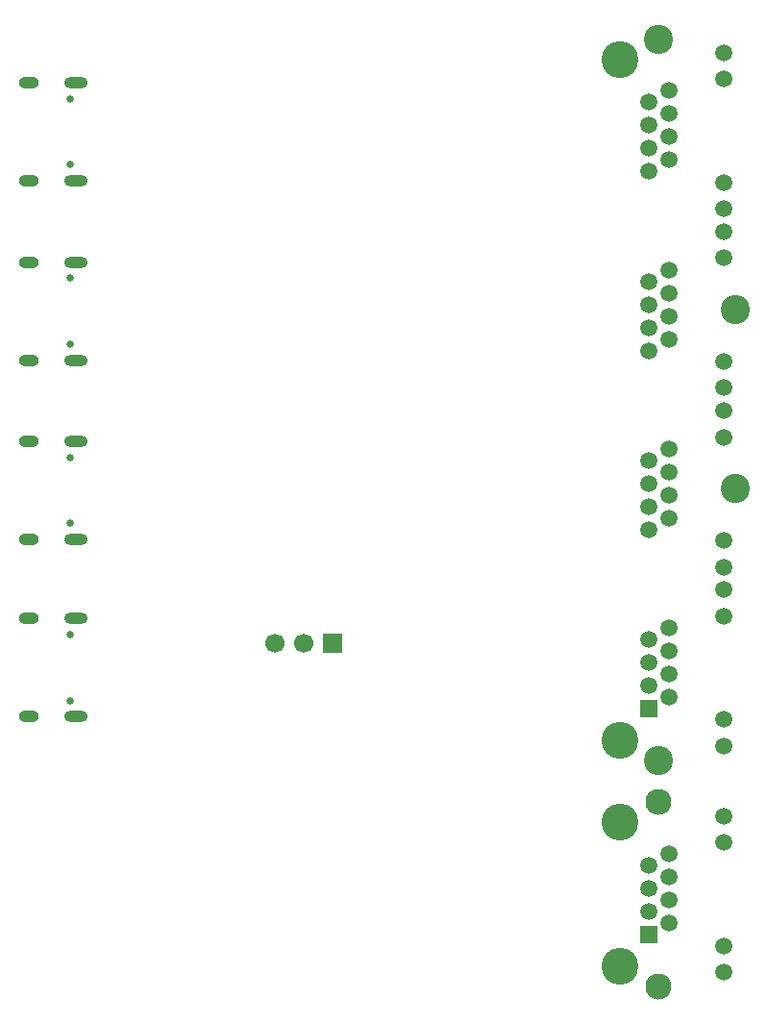
<source format=gbr>
%TF.GenerationSoftware,KiCad,Pcbnew,9.0.3-9.0.3-0~ubuntu24.04.1*%
%TF.CreationDate,2025-07-11T09:40:36-04:00*%
%TF.ProjectId,SO4R_Interlock,534f3452-5f49-46e7-9465-726c6f636b2e,rev?*%
%TF.SameCoordinates,Original*%
%TF.FileFunction,Soldermask,Bot*%
%TF.FilePolarity,Negative*%
%FSLAX46Y46*%
G04 Gerber Fmt 4.6, Leading zero omitted, Abs format (unit mm)*
G04 Created by KiCad (PCBNEW 9.0.3-9.0.3-0~ubuntu24.04.1) date 2025-07-11 09:40:36*
%MOMM*%
%LPD*%
G01*
G04 APERTURE LIST*
%ADD10C,3.250000*%
%ADD11R,1.500000X1.500000*%
%ADD12C,1.500000*%
%ADD13C,2.570000*%
%ADD14R,1.700000X1.700000*%
%ADD15C,1.700000*%
%ADD16C,0.650000*%
%ADD17O,2.100000X1.000000*%
%ADD18O,1.800000X1.000000*%
%ADD19C,2.300000*%
G04 APERTURE END LIST*
D10*
%TO.C,J7*%
X158400000Y-118440000D03*
X158400000Y-58500000D03*
D11*
X160940000Y-115650000D03*
D12*
X162720000Y-114634000D03*
X160940000Y-113618000D03*
X162720000Y-112602000D03*
X160940000Y-111586000D03*
X162720000Y-110570000D03*
X160940000Y-109554000D03*
X162720000Y-108538000D03*
X167540000Y-118950000D03*
X167540000Y-116660000D03*
X167540000Y-107520000D03*
X167540000Y-105230000D03*
X160940000Y-99900000D03*
X162720000Y-98884000D03*
X160940000Y-97868000D03*
X162720000Y-96852000D03*
X160940000Y-95836000D03*
X162720000Y-94820000D03*
X160940000Y-93804000D03*
X162720000Y-92788000D03*
X167540000Y-103200000D03*
X167540000Y-100910000D03*
X167540000Y-91770000D03*
X167540000Y-89480000D03*
X160940000Y-84150000D03*
X162720000Y-83134000D03*
X160940000Y-82118000D03*
X162720000Y-81102000D03*
X160940000Y-80086000D03*
X162720000Y-79070000D03*
X160940000Y-78054000D03*
X162720000Y-77038000D03*
X167540000Y-87450000D03*
X167540000Y-85160000D03*
X167540000Y-76020000D03*
X167540000Y-73730000D03*
X160940000Y-68400000D03*
X162720000Y-67384000D03*
X160940000Y-66368000D03*
X162720000Y-65352000D03*
X160940000Y-64336000D03*
X162720000Y-63320000D03*
X160940000Y-62304000D03*
X162720000Y-61288000D03*
X167540000Y-71700000D03*
X167540000Y-69410000D03*
X167540000Y-60270000D03*
X167540000Y-57980000D03*
D13*
X161830000Y-120220000D03*
X168560000Y-96340000D03*
X168560000Y-80590000D03*
X161830000Y-56720000D03*
%TD*%
D14*
%TO.C,J5*%
X133110000Y-109890000D03*
D15*
X130570000Y-109890000D03*
X128030000Y-109890000D03*
%TD*%
D16*
%TO.C,J4*%
X110005000Y-109190000D03*
X110005000Y-114970000D03*
D17*
X110525000Y-107760000D03*
D18*
X106325000Y-107760000D03*
D17*
X110525000Y-116400000D03*
D18*
X106325000Y-116400000D03*
%TD*%
D16*
%TO.C,J2*%
X110005000Y-77790000D03*
X110005000Y-83570000D03*
D17*
X110525000Y-76360000D03*
D18*
X106325000Y-76360000D03*
D17*
X110525000Y-85000000D03*
D18*
X106325000Y-85000000D03*
%TD*%
D16*
%TO.C,J1*%
X110005000Y-62010000D03*
X110005000Y-67790000D03*
D17*
X110525000Y-60580000D03*
D18*
X106325000Y-60580000D03*
D17*
X110525000Y-69220000D03*
D18*
X106325000Y-69220000D03*
%TD*%
D16*
%TO.C,J3*%
X110005000Y-93590000D03*
X110005000Y-99370000D03*
D17*
X110525000Y-92160000D03*
D18*
X106325000Y-92160000D03*
D17*
X110525000Y-100800000D03*
D18*
X106325000Y-100800000D03*
%TD*%
D10*
%TO.C,J6*%
X158400000Y-138380000D03*
X158400000Y-125680000D03*
D11*
X160940000Y-135590000D03*
D12*
X162720000Y-134574000D03*
X160940000Y-133558000D03*
X162720000Y-132542000D03*
X160940000Y-131526000D03*
X162720000Y-130510000D03*
X160940000Y-129494000D03*
X162720000Y-128478000D03*
X167540000Y-138890000D03*
X167540000Y-136600000D03*
X167540000Y-127460000D03*
X167540000Y-125170000D03*
D19*
X161830000Y-140160000D03*
X161830000Y-123900000D03*
%TD*%
M02*

</source>
